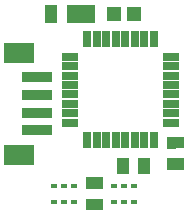
<source format=gts>
G75*
G70*
%OFA0B0*%
%FSLAX24Y24*%
%IPPOS*%
%LPD*%
%AMOC8*
5,1,8,0,0,1.08239X$1,22.5*
%
%ADD10R,0.0300X0.0580*%
%ADD11R,0.0580X0.0300*%
%ADD12R,0.0513X0.0474*%
%ADD13R,0.0395X0.0552*%
%ADD14R,0.0946X0.0631*%
%ADD15R,0.0434X0.0631*%
%ADD16R,0.0237X0.0182*%
%ADD17R,0.1025X0.0356*%
%ADD18R,0.0986X0.0671*%
D10*
X007991Y007960D03*
X008306Y007960D03*
X008621Y007960D03*
X008936Y007960D03*
X009250Y007960D03*
X009565Y007960D03*
X009880Y007960D03*
X010195Y007960D03*
X010195Y011340D03*
X009880Y011340D03*
X009565Y011340D03*
X009250Y011340D03*
X008936Y011340D03*
X008621Y011340D03*
X008306Y011340D03*
X007991Y011340D03*
D11*
X007403Y010753D03*
X007403Y010438D03*
X007403Y010123D03*
X007403Y009808D03*
X007403Y009493D03*
X007403Y009178D03*
X007403Y008863D03*
X007403Y008548D03*
X010783Y008548D03*
X010783Y008863D03*
X010783Y009178D03*
X010783Y009493D03*
X010783Y009808D03*
X010783Y010123D03*
X010783Y010438D03*
X010783Y010753D03*
D12*
X009538Y012165D03*
X008868Y012165D03*
D13*
G36*
X011195Y008085D02*
X011196Y007692D01*
X010645Y007691D01*
X010644Y008084D01*
X011195Y008085D01*
G37*
G36*
X011196Y007376D02*
X011197Y006983D01*
X010646Y006982D01*
X010645Y007375D01*
X011196Y007376D01*
G37*
X009892Y007110D03*
X009184Y007110D03*
G36*
X008500Y006731D02*
X008499Y006338D01*
X007948Y006339D01*
X007949Y006732D01*
X008500Y006731D01*
G37*
G36*
X008498Y006022D02*
X008497Y005629D01*
X007946Y005630D01*
X007947Y006023D01*
X008498Y006022D01*
G37*
D14*
X007787Y012160D03*
D15*
X006783Y012160D03*
D16*
X006888Y006458D03*
X007223Y006458D03*
X007558Y006458D03*
X007558Y005903D03*
X007223Y005903D03*
X006888Y005903D03*
X008888Y005903D03*
X009223Y005903D03*
X009558Y005903D03*
X009558Y006458D03*
X009223Y006458D03*
X008888Y006458D03*
D17*
X006295Y008295D03*
X006295Y008885D03*
X006295Y009476D03*
X006295Y010066D03*
D18*
X005725Y007488D03*
X005725Y010873D03*
M02*

</source>
